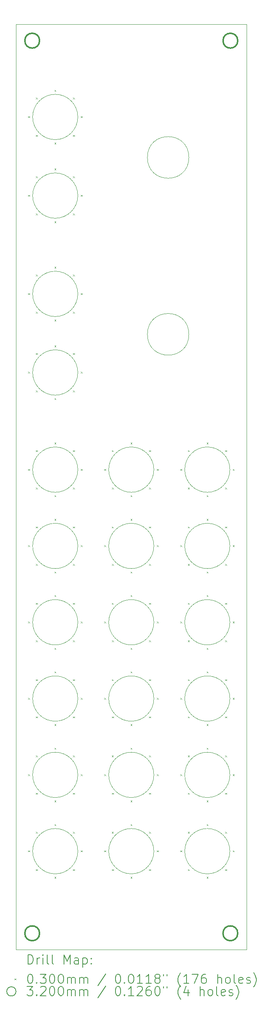
<source format=gbr>
%TF.GenerationSoftware,KiCad,Pcbnew,8.0.5*%
%TF.CreationDate,2024-12-03T23:28:53+01:00*%
%TF.ProjectId,DMH_Multiverter_PANEL,444d485f-4d75-46c7-9469-766572746572,rev?*%
%TF.SameCoordinates,Original*%
%TF.FileFunction,Drillmap*%
%TF.FilePolarity,Positive*%
%FSLAX45Y45*%
G04 Gerber Fmt 4.5, Leading zero omitted, Abs format (unit mm)*
G04 Created by KiCad (PCBNEW 8.0.5) date 2024-12-03 23:28:53*
%MOMM*%
%LPD*%
G01*
G04 APERTURE LIST*
%ADD10C,0.050000*%
%ADD11C,0.200000*%
%ADD12C,0.100000*%
%ADD13C,0.320000*%
G04 APERTURE END LIST*
D10*
X5000000Y-3000000D02*
X10000000Y-3000000D01*
X10000000Y-23000000D01*
X5000000Y-23000000D01*
X5000000Y-3000000D01*
X8750000Y-9700000D02*
G75*
G02*
X7850000Y-9700000I-450000J0D01*
G01*
X7850000Y-9700000D02*
G75*
G02*
X8750000Y-9700000I450000J0D01*
G01*
X8750000Y-5875000D02*
G75*
G02*
X7850000Y-5875000I-450000J0D01*
G01*
X7850000Y-5875000D02*
G75*
G02*
X8750000Y-5875000I450000J0D01*
G01*
X7990000Y-15925000D02*
G75*
G02*
X7010000Y-15925000I-490000J0D01*
G01*
X7010000Y-15925000D02*
G75*
G02*
X7990000Y-15925000I490000J0D01*
G01*
X6340000Y-19225000D02*
G75*
G02*
X5360000Y-19225000I-490000J0D01*
G01*
X5360000Y-19225000D02*
G75*
G02*
X6340000Y-19225000I490000J0D01*
G01*
X7990000Y-20875000D02*
G75*
G02*
X7010000Y-20875000I-490000J0D01*
G01*
X7010000Y-20875000D02*
G75*
G02*
X7990000Y-20875000I490000J0D01*
G01*
X7990000Y-12625000D02*
G75*
G02*
X7010000Y-12625000I-490000J0D01*
G01*
X7010000Y-12625000D02*
G75*
G02*
X7990000Y-12625000I490000J0D01*
G01*
X6340000Y-5000000D02*
G75*
G02*
X5360000Y-5000000I-490000J0D01*
G01*
X5360000Y-5000000D02*
G75*
G02*
X6340000Y-5000000I490000J0D01*
G01*
X9640000Y-17575000D02*
G75*
G02*
X8660000Y-17575000I-490000J0D01*
G01*
X8660000Y-17575000D02*
G75*
G02*
X9640000Y-17575000I490000J0D01*
G01*
X7990000Y-14275000D02*
G75*
G02*
X7010000Y-14275000I-490000J0D01*
G01*
X7010000Y-14275000D02*
G75*
G02*
X7990000Y-14275000I490000J0D01*
G01*
X7990000Y-19225000D02*
G75*
G02*
X7010000Y-19225000I-490000J0D01*
G01*
X7010000Y-19225000D02*
G75*
G02*
X7990000Y-19225000I490000J0D01*
G01*
X6340000Y-8825000D02*
G75*
G02*
X5360000Y-8825000I-490000J0D01*
G01*
X5360000Y-8825000D02*
G75*
G02*
X6340000Y-8825000I490000J0D01*
G01*
X6340000Y-20875000D02*
G75*
G02*
X5360000Y-20875000I-490000J0D01*
G01*
X5360000Y-20875000D02*
G75*
G02*
X6340000Y-20875000I490000J0D01*
G01*
X9640000Y-20875000D02*
G75*
G02*
X8660000Y-20875000I-490000J0D01*
G01*
X8660000Y-20875000D02*
G75*
G02*
X9640000Y-20875000I490000J0D01*
G01*
X7990000Y-17575000D02*
G75*
G02*
X7010000Y-17575000I-490000J0D01*
G01*
X7010000Y-17575000D02*
G75*
G02*
X7990000Y-17575000I490000J0D01*
G01*
X9640000Y-19225000D02*
G75*
G02*
X8660000Y-19225000I-490000J0D01*
G01*
X8660000Y-19225000D02*
G75*
G02*
X9640000Y-19225000I490000J0D01*
G01*
X6340000Y-12625000D02*
G75*
G02*
X5360000Y-12625000I-490000J0D01*
G01*
X5360000Y-12625000D02*
G75*
G02*
X6340000Y-12625000I490000J0D01*
G01*
X6340000Y-15925000D02*
G75*
G02*
X5360000Y-15925000I-490000J0D01*
G01*
X5360000Y-15925000D02*
G75*
G02*
X6340000Y-15925000I490000J0D01*
G01*
X9640000Y-14275000D02*
G75*
G02*
X8660000Y-14275000I-490000J0D01*
G01*
X8660000Y-14275000D02*
G75*
G02*
X9640000Y-14275000I490000J0D01*
G01*
X6340000Y-10525000D02*
G75*
G02*
X5360000Y-10525000I-490000J0D01*
G01*
X5360000Y-10525000D02*
G75*
G02*
X6340000Y-10525000I490000J0D01*
G01*
X6340000Y-14275000D02*
G75*
G02*
X5360000Y-14275000I-490000J0D01*
G01*
X5360000Y-14275000D02*
G75*
G02*
X6340000Y-14275000I490000J0D01*
G01*
X6340000Y-17575000D02*
G75*
G02*
X5360000Y-17575000I-490000J0D01*
G01*
X5360000Y-17575000D02*
G75*
G02*
X6340000Y-17575000I490000J0D01*
G01*
X6340000Y-6700000D02*
G75*
G02*
X5360000Y-6700000I-490000J0D01*
G01*
X5360000Y-6700000D02*
G75*
G02*
X6340000Y-6700000I490000J0D01*
G01*
X9640000Y-12625000D02*
G75*
G02*
X8660000Y-12625000I-490000J0D01*
G01*
X8660000Y-12625000D02*
G75*
G02*
X9640000Y-12625000I490000J0D01*
G01*
X9640000Y-15925000D02*
G75*
G02*
X8660000Y-15925000I-490000J0D01*
G01*
X8660000Y-15925000D02*
G75*
G02*
X9640000Y-15925000I490000J0D01*
G01*
D11*
D12*
X5265000Y-4985000D02*
X5295000Y-5015000D01*
X5295000Y-4985000D02*
X5265000Y-5015000D01*
X5265000Y-6685000D02*
X5295000Y-6715000D01*
X5295000Y-6685000D02*
X5265000Y-6715000D01*
X5265000Y-8810000D02*
X5295000Y-8840000D01*
X5295000Y-8810000D02*
X5265000Y-8840000D01*
X5265000Y-10510000D02*
X5295000Y-10540000D01*
X5295000Y-10510000D02*
X5265000Y-10540000D01*
X5265000Y-12610000D02*
X5295000Y-12640000D01*
X5295000Y-12610000D02*
X5265000Y-12640000D01*
X5265000Y-14260000D02*
X5295000Y-14290000D01*
X5295000Y-14260000D02*
X5265000Y-14290000D01*
X5265000Y-15910000D02*
X5295000Y-15940000D01*
X5295000Y-15910000D02*
X5265000Y-15940000D01*
X5265000Y-17560000D02*
X5295000Y-17590000D01*
X5295000Y-17560000D02*
X5265000Y-17590000D01*
X5265000Y-19210000D02*
X5295000Y-19240000D01*
X5295000Y-19210000D02*
X5265000Y-19240000D01*
X5265000Y-20860000D02*
X5295000Y-20890000D01*
X5295000Y-20860000D02*
X5265000Y-20890000D01*
X5431000Y-4582000D02*
X5461000Y-4612000D01*
X5461000Y-4582000D02*
X5431000Y-4612000D01*
X5431000Y-6282000D02*
X5461000Y-6312000D01*
X5461000Y-6282000D02*
X5431000Y-6312000D01*
X5431000Y-8407000D02*
X5461000Y-8437000D01*
X5461000Y-8407000D02*
X5431000Y-8437000D01*
X5431000Y-10107000D02*
X5461000Y-10137000D01*
X5461000Y-10107000D02*
X5431000Y-10137000D01*
X5431000Y-12207000D02*
X5461000Y-12237000D01*
X5461000Y-12207000D02*
X5431000Y-12237000D01*
X5431000Y-13857000D02*
X5461000Y-13887000D01*
X5461000Y-13857000D02*
X5431000Y-13887000D01*
X5431000Y-15507000D02*
X5461000Y-15537000D01*
X5461000Y-15507000D02*
X5431000Y-15537000D01*
X5431000Y-17157000D02*
X5461000Y-17187000D01*
X5461000Y-17157000D02*
X5431000Y-17187000D01*
X5431000Y-18807000D02*
X5461000Y-18837000D01*
X5461000Y-18807000D02*
X5431000Y-18837000D01*
X5431000Y-20457000D02*
X5461000Y-20487000D01*
X5461000Y-20457000D02*
X5431000Y-20487000D01*
X5432000Y-5389000D02*
X5462000Y-5419000D01*
X5462000Y-5389000D02*
X5432000Y-5419000D01*
X5432000Y-7089000D02*
X5462000Y-7119000D01*
X5462000Y-7089000D02*
X5432000Y-7119000D01*
X5432000Y-9214000D02*
X5462000Y-9244000D01*
X5462000Y-9214000D02*
X5432000Y-9244000D01*
X5432000Y-10914000D02*
X5462000Y-10944000D01*
X5462000Y-10914000D02*
X5432000Y-10944000D01*
X5432000Y-13014000D02*
X5462000Y-13044000D01*
X5462000Y-13014000D02*
X5432000Y-13044000D01*
X5432000Y-14664000D02*
X5462000Y-14694000D01*
X5462000Y-14664000D02*
X5432000Y-14694000D01*
X5432000Y-16314000D02*
X5462000Y-16344000D01*
X5462000Y-16314000D02*
X5432000Y-16344000D01*
X5432000Y-17964000D02*
X5462000Y-17994000D01*
X5462000Y-17964000D02*
X5432000Y-17994000D01*
X5432000Y-19614000D02*
X5462000Y-19644000D01*
X5462000Y-19614000D02*
X5432000Y-19644000D01*
X5432000Y-21264000D02*
X5462000Y-21294000D01*
X5462000Y-21264000D02*
X5432000Y-21294000D01*
X5835000Y-4415000D02*
X5865000Y-4445000D01*
X5865000Y-4415000D02*
X5835000Y-4445000D01*
X5835000Y-5555000D02*
X5865000Y-5585000D01*
X5865000Y-5555000D02*
X5835000Y-5585000D01*
X5835000Y-6115000D02*
X5865000Y-6145000D01*
X5865000Y-6115000D02*
X5835000Y-6145000D01*
X5835000Y-7255000D02*
X5865000Y-7285000D01*
X5865000Y-7255000D02*
X5835000Y-7285000D01*
X5835000Y-8240000D02*
X5865000Y-8270000D01*
X5865000Y-8240000D02*
X5835000Y-8270000D01*
X5835000Y-9380000D02*
X5865000Y-9410000D01*
X5865000Y-9380000D02*
X5835000Y-9410000D01*
X5835000Y-9940000D02*
X5865000Y-9970000D01*
X5865000Y-9940000D02*
X5835000Y-9970000D01*
X5835000Y-11080000D02*
X5865000Y-11110000D01*
X5865000Y-11080000D02*
X5835000Y-11110000D01*
X5835000Y-12040000D02*
X5865000Y-12070000D01*
X5865000Y-12040000D02*
X5835000Y-12070000D01*
X5835000Y-13180000D02*
X5865000Y-13210000D01*
X5865000Y-13180000D02*
X5835000Y-13210000D01*
X5835000Y-13690000D02*
X5865000Y-13720000D01*
X5865000Y-13690000D02*
X5835000Y-13720000D01*
X5835000Y-14830000D02*
X5865000Y-14860000D01*
X5865000Y-14830000D02*
X5835000Y-14860000D01*
X5835000Y-15340000D02*
X5865000Y-15370000D01*
X5865000Y-15340000D02*
X5835000Y-15370000D01*
X5835000Y-16480000D02*
X5865000Y-16510000D01*
X5865000Y-16480000D02*
X5835000Y-16510000D01*
X5835000Y-16990000D02*
X5865000Y-17020000D01*
X5865000Y-16990000D02*
X5835000Y-17020000D01*
X5835000Y-18130000D02*
X5865000Y-18160000D01*
X5865000Y-18130000D02*
X5835000Y-18160000D01*
X5835000Y-18640000D02*
X5865000Y-18670000D01*
X5865000Y-18640000D02*
X5835000Y-18670000D01*
X5835000Y-19780000D02*
X5865000Y-19810000D01*
X5865000Y-19780000D02*
X5835000Y-19810000D01*
X5835000Y-20290000D02*
X5865000Y-20320000D01*
X5865000Y-20290000D02*
X5835000Y-20320000D01*
X5835000Y-21430000D02*
X5865000Y-21460000D01*
X5865000Y-21430000D02*
X5835000Y-21460000D01*
X6238000Y-5389000D02*
X6268000Y-5419000D01*
X6268000Y-5389000D02*
X6238000Y-5419000D01*
X6238000Y-7089000D02*
X6268000Y-7119000D01*
X6268000Y-7089000D02*
X6238000Y-7119000D01*
X6238000Y-9214000D02*
X6268000Y-9244000D01*
X6268000Y-9214000D02*
X6238000Y-9244000D01*
X6238000Y-10914000D02*
X6268000Y-10944000D01*
X6268000Y-10914000D02*
X6238000Y-10944000D01*
X6238000Y-13014000D02*
X6268000Y-13044000D01*
X6268000Y-13014000D02*
X6238000Y-13044000D01*
X6238000Y-14664000D02*
X6268000Y-14694000D01*
X6268000Y-14664000D02*
X6238000Y-14694000D01*
X6238000Y-16314000D02*
X6268000Y-16344000D01*
X6268000Y-16314000D02*
X6238000Y-16344000D01*
X6238000Y-17964000D02*
X6268000Y-17994000D01*
X6268000Y-17964000D02*
X6238000Y-17994000D01*
X6238000Y-19614000D02*
X6268000Y-19644000D01*
X6268000Y-19614000D02*
X6238000Y-19644000D01*
X6238000Y-21264000D02*
X6268000Y-21294000D01*
X6268000Y-21264000D02*
X6238000Y-21294000D01*
X6239000Y-4582000D02*
X6269000Y-4612000D01*
X6269000Y-4582000D02*
X6239000Y-4612000D01*
X6239000Y-6282000D02*
X6269000Y-6312000D01*
X6269000Y-6282000D02*
X6239000Y-6312000D01*
X6239000Y-8407000D02*
X6269000Y-8437000D01*
X6269000Y-8407000D02*
X6239000Y-8437000D01*
X6239000Y-10107000D02*
X6269000Y-10137000D01*
X6269000Y-10107000D02*
X6239000Y-10137000D01*
X6239000Y-12207000D02*
X6269000Y-12237000D01*
X6269000Y-12207000D02*
X6239000Y-12237000D01*
X6239000Y-13857000D02*
X6269000Y-13887000D01*
X6269000Y-13857000D02*
X6239000Y-13887000D01*
X6239000Y-15507000D02*
X6269000Y-15537000D01*
X6269000Y-15507000D02*
X6239000Y-15537000D01*
X6239000Y-17157000D02*
X6269000Y-17187000D01*
X6269000Y-17157000D02*
X6239000Y-17187000D01*
X6239000Y-18807000D02*
X6269000Y-18837000D01*
X6269000Y-18807000D02*
X6239000Y-18837000D01*
X6239000Y-20457000D02*
X6269000Y-20487000D01*
X6269000Y-20457000D02*
X6239000Y-20487000D01*
X6405000Y-4985000D02*
X6435000Y-5015000D01*
X6435000Y-4985000D02*
X6405000Y-5015000D01*
X6405000Y-6685000D02*
X6435000Y-6715000D01*
X6435000Y-6685000D02*
X6405000Y-6715000D01*
X6405000Y-8810000D02*
X6435000Y-8840000D01*
X6435000Y-8810000D02*
X6405000Y-8840000D01*
X6405000Y-10510000D02*
X6435000Y-10540000D01*
X6435000Y-10510000D02*
X6405000Y-10540000D01*
X6405000Y-12610000D02*
X6435000Y-12640000D01*
X6435000Y-12610000D02*
X6405000Y-12640000D01*
X6405000Y-14260000D02*
X6435000Y-14290000D01*
X6435000Y-14260000D02*
X6405000Y-14290000D01*
X6405000Y-15910000D02*
X6435000Y-15940000D01*
X6435000Y-15910000D02*
X6405000Y-15940000D01*
X6405000Y-17560000D02*
X6435000Y-17590000D01*
X6435000Y-17560000D02*
X6405000Y-17590000D01*
X6405000Y-19210000D02*
X6435000Y-19240000D01*
X6435000Y-19210000D02*
X6405000Y-19240000D01*
X6405000Y-20860000D02*
X6435000Y-20890000D01*
X6435000Y-20860000D02*
X6405000Y-20890000D01*
X6915000Y-12610000D02*
X6945000Y-12640000D01*
X6945000Y-12610000D02*
X6915000Y-12640000D01*
X6915000Y-14260000D02*
X6945000Y-14290000D01*
X6945000Y-14260000D02*
X6915000Y-14290000D01*
X6915000Y-15910000D02*
X6945000Y-15940000D01*
X6945000Y-15910000D02*
X6915000Y-15940000D01*
X6915000Y-17560000D02*
X6945000Y-17590000D01*
X6945000Y-17560000D02*
X6915000Y-17590000D01*
X6915000Y-19210000D02*
X6945000Y-19240000D01*
X6945000Y-19210000D02*
X6915000Y-19240000D01*
X6915000Y-20860000D02*
X6945000Y-20890000D01*
X6945000Y-20860000D02*
X6915000Y-20890000D01*
X7081000Y-12207000D02*
X7111000Y-12237000D01*
X7111000Y-12207000D02*
X7081000Y-12237000D01*
X7081000Y-13857000D02*
X7111000Y-13887000D01*
X7111000Y-13857000D02*
X7081000Y-13887000D01*
X7081000Y-15507000D02*
X7111000Y-15537000D01*
X7111000Y-15507000D02*
X7081000Y-15537000D01*
X7081000Y-17157000D02*
X7111000Y-17187000D01*
X7111000Y-17157000D02*
X7081000Y-17187000D01*
X7081000Y-18807000D02*
X7111000Y-18837000D01*
X7111000Y-18807000D02*
X7081000Y-18837000D01*
X7081000Y-20457000D02*
X7111000Y-20487000D01*
X7111000Y-20457000D02*
X7081000Y-20487000D01*
X7082000Y-13014000D02*
X7112000Y-13044000D01*
X7112000Y-13014000D02*
X7082000Y-13044000D01*
X7082000Y-14664000D02*
X7112000Y-14694000D01*
X7112000Y-14664000D02*
X7082000Y-14694000D01*
X7082000Y-16314000D02*
X7112000Y-16344000D01*
X7112000Y-16314000D02*
X7082000Y-16344000D01*
X7082000Y-17964000D02*
X7112000Y-17994000D01*
X7112000Y-17964000D02*
X7082000Y-17994000D01*
X7082000Y-19614000D02*
X7112000Y-19644000D01*
X7112000Y-19614000D02*
X7082000Y-19644000D01*
X7082000Y-21264000D02*
X7112000Y-21294000D01*
X7112000Y-21264000D02*
X7082000Y-21294000D01*
X7485000Y-12040000D02*
X7515000Y-12070000D01*
X7515000Y-12040000D02*
X7485000Y-12070000D01*
X7485000Y-13180000D02*
X7515000Y-13210000D01*
X7515000Y-13180000D02*
X7485000Y-13210000D01*
X7485000Y-13690000D02*
X7515000Y-13720000D01*
X7515000Y-13690000D02*
X7485000Y-13720000D01*
X7485000Y-14830000D02*
X7515000Y-14860000D01*
X7515000Y-14830000D02*
X7485000Y-14860000D01*
X7485000Y-15340000D02*
X7515000Y-15370000D01*
X7515000Y-15340000D02*
X7485000Y-15370000D01*
X7485000Y-16480000D02*
X7515000Y-16510000D01*
X7515000Y-16480000D02*
X7485000Y-16510000D01*
X7485000Y-16990000D02*
X7515000Y-17020000D01*
X7515000Y-16990000D02*
X7485000Y-17020000D01*
X7485000Y-18130000D02*
X7515000Y-18160000D01*
X7515000Y-18130000D02*
X7485000Y-18160000D01*
X7485000Y-18640000D02*
X7515000Y-18670000D01*
X7515000Y-18640000D02*
X7485000Y-18670000D01*
X7485000Y-19780000D02*
X7515000Y-19810000D01*
X7515000Y-19780000D02*
X7485000Y-19810000D01*
X7485000Y-20290000D02*
X7515000Y-20320000D01*
X7515000Y-20290000D02*
X7485000Y-20320000D01*
X7485000Y-21430000D02*
X7515000Y-21460000D01*
X7515000Y-21430000D02*
X7485000Y-21460000D01*
X7888000Y-13014000D02*
X7918000Y-13044000D01*
X7918000Y-13014000D02*
X7888000Y-13044000D01*
X7888000Y-14664000D02*
X7918000Y-14694000D01*
X7918000Y-14664000D02*
X7888000Y-14694000D01*
X7888000Y-16314000D02*
X7918000Y-16344000D01*
X7918000Y-16314000D02*
X7888000Y-16344000D01*
X7888000Y-17964000D02*
X7918000Y-17994000D01*
X7918000Y-17964000D02*
X7888000Y-17994000D01*
X7888000Y-19614000D02*
X7918000Y-19644000D01*
X7918000Y-19614000D02*
X7888000Y-19644000D01*
X7888000Y-21264000D02*
X7918000Y-21294000D01*
X7918000Y-21264000D02*
X7888000Y-21294000D01*
X7889000Y-12207000D02*
X7919000Y-12237000D01*
X7919000Y-12207000D02*
X7889000Y-12237000D01*
X7889000Y-13857000D02*
X7919000Y-13887000D01*
X7919000Y-13857000D02*
X7889000Y-13887000D01*
X7889000Y-15507000D02*
X7919000Y-15537000D01*
X7919000Y-15507000D02*
X7889000Y-15537000D01*
X7889000Y-17157000D02*
X7919000Y-17187000D01*
X7919000Y-17157000D02*
X7889000Y-17187000D01*
X7889000Y-18807000D02*
X7919000Y-18837000D01*
X7919000Y-18807000D02*
X7889000Y-18837000D01*
X7889000Y-20457000D02*
X7919000Y-20487000D01*
X7919000Y-20457000D02*
X7889000Y-20487000D01*
X8055000Y-12610000D02*
X8085000Y-12640000D01*
X8085000Y-12610000D02*
X8055000Y-12640000D01*
X8055000Y-14260000D02*
X8085000Y-14290000D01*
X8085000Y-14260000D02*
X8055000Y-14290000D01*
X8055000Y-15910000D02*
X8085000Y-15940000D01*
X8085000Y-15910000D02*
X8055000Y-15940000D01*
X8055000Y-17560000D02*
X8085000Y-17590000D01*
X8085000Y-17560000D02*
X8055000Y-17590000D01*
X8055000Y-19210000D02*
X8085000Y-19240000D01*
X8085000Y-19210000D02*
X8055000Y-19240000D01*
X8055000Y-20860000D02*
X8085000Y-20890000D01*
X8085000Y-20860000D02*
X8055000Y-20890000D01*
X8565000Y-12610000D02*
X8595000Y-12640000D01*
X8595000Y-12610000D02*
X8565000Y-12640000D01*
X8565000Y-14260000D02*
X8595000Y-14290000D01*
X8595000Y-14260000D02*
X8565000Y-14290000D01*
X8565000Y-15910000D02*
X8595000Y-15940000D01*
X8595000Y-15910000D02*
X8565000Y-15940000D01*
X8565000Y-17560000D02*
X8595000Y-17590000D01*
X8595000Y-17560000D02*
X8565000Y-17590000D01*
X8565000Y-19210000D02*
X8595000Y-19240000D01*
X8595000Y-19210000D02*
X8565000Y-19240000D01*
X8565000Y-20860000D02*
X8595000Y-20890000D01*
X8595000Y-20860000D02*
X8565000Y-20890000D01*
X8731000Y-12207000D02*
X8761000Y-12237000D01*
X8761000Y-12207000D02*
X8731000Y-12237000D01*
X8731000Y-13857000D02*
X8761000Y-13887000D01*
X8761000Y-13857000D02*
X8731000Y-13887000D01*
X8731000Y-15507000D02*
X8761000Y-15537000D01*
X8761000Y-15507000D02*
X8731000Y-15537000D01*
X8731000Y-17157000D02*
X8761000Y-17187000D01*
X8761000Y-17157000D02*
X8731000Y-17187000D01*
X8731000Y-18807000D02*
X8761000Y-18837000D01*
X8761000Y-18807000D02*
X8731000Y-18837000D01*
X8731000Y-20457000D02*
X8761000Y-20487000D01*
X8761000Y-20457000D02*
X8731000Y-20487000D01*
X8732000Y-13014000D02*
X8762000Y-13044000D01*
X8762000Y-13014000D02*
X8732000Y-13044000D01*
X8732000Y-14664000D02*
X8762000Y-14694000D01*
X8762000Y-14664000D02*
X8732000Y-14694000D01*
X8732000Y-16314000D02*
X8762000Y-16344000D01*
X8762000Y-16314000D02*
X8732000Y-16344000D01*
X8732000Y-17964000D02*
X8762000Y-17994000D01*
X8762000Y-17964000D02*
X8732000Y-17994000D01*
X8732000Y-19614000D02*
X8762000Y-19644000D01*
X8762000Y-19614000D02*
X8732000Y-19644000D01*
X8732000Y-21264000D02*
X8762000Y-21294000D01*
X8762000Y-21264000D02*
X8732000Y-21294000D01*
X9135000Y-12040000D02*
X9165000Y-12070000D01*
X9165000Y-12040000D02*
X9135000Y-12070000D01*
X9135000Y-13180000D02*
X9165000Y-13210000D01*
X9165000Y-13180000D02*
X9135000Y-13210000D01*
X9135000Y-13690000D02*
X9165000Y-13720000D01*
X9165000Y-13690000D02*
X9135000Y-13720000D01*
X9135000Y-14830000D02*
X9165000Y-14860000D01*
X9165000Y-14830000D02*
X9135000Y-14860000D01*
X9135000Y-15340000D02*
X9165000Y-15370000D01*
X9165000Y-15340000D02*
X9135000Y-15370000D01*
X9135000Y-16480000D02*
X9165000Y-16510000D01*
X9165000Y-16480000D02*
X9135000Y-16510000D01*
X9135000Y-16990000D02*
X9165000Y-17020000D01*
X9165000Y-16990000D02*
X9135000Y-17020000D01*
X9135000Y-18130000D02*
X9165000Y-18160000D01*
X9165000Y-18130000D02*
X9135000Y-18160000D01*
X9135000Y-18640000D02*
X9165000Y-18670000D01*
X9165000Y-18640000D02*
X9135000Y-18670000D01*
X9135000Y-19780000D02*
X9165000Y-19810000D01*
X9165000Y-19780000D02*
X9135000Y-19810000D01*
X9135000Y-20290000D02*
X9165000Y-20320000D01*
X9165000Y-20290000D02*
X9135000Y-20320000D01*
X9135000Y-21430000D02*
X9165000Y-21460000D01*
X9165000Y-21430000D02*
X9135000Y-21460000D01*
X9538000Y-13014000D02*
X9568000Y-13044000D01*
X9568000Y-13014000D02*
X9538000Y-13044000D01*
X9538000Y-14664000D02*
X9568000Y-14694000D01*
X9568000Y-14664000D02*
X9538000Y-14694000D01*
X9538000Y-16314000D02*
X9568000Y-16344000D01*
X9568000Y-16314000D02*
X9538000Y-16344000D01*
X9538000Y-17964000D02*
X9568000Y-17994000D01*
X9568000Y-17964000D02*
X9538000Y-17994000D01*
X9538000Y-19614000D02*
X9568000Y-19644000D01*
X9568000Y-19614000D02*
X9538000Y-19644000D01*
X9538000Y-21264000D02*
X9568000Y-21294000D01*
X9568000Y-21264000D02*
X9538000Y-21294000D01*
X9539000Y-12207000D02*
X9569000Y-12237000D01*
X9569000Y-12207000D02*
X9539000Y-12237000D01*
X9539000Y-13857000D02*
X9569000Y-13887000D01*
X9569000Y-13857000D02*
X9539000Y-13887000D01*
X9539000Y-15507000D02*
X9569000Y-15537000D01*
X9569000Y-15507000D02*
X9539000Y-15537000D01*
X9539000Y-17157000D02*
X9569000Y-17187000D01*
X9569000Y-17157000D02*
X9539000Y-17187000D01*
X9539000Y-18807000D02*
X9569000Y-18837000D01*
X9569000Y-18807000D02*
X9539000Y-18837000D01*
X9539000Y-20457000D02*
X9569000Y-20487000D01*
X9569000Y-20457000D02*
X9539000Y-20487000D01*
X9705000Y-12610000D02*
X9735000Y-12640000D01*
X9735000Y-12610000D02*
X9705000Y-12640000D01*
X9705000Y-14260000D02*
X9735000Y-14290000D01*
X9735000Y-14260000D02*
X9705000Y-14290000D01*
X9705000Y-15910000D02*
X9735000Y-15940000D01*
X9735000Y-15910000D02*
X9705000Y-15940000D01*
X9705000Y-17560000D02*
X9735000Y-17590000D01*
X9735000Y-17560000D02*
X9705000Y-17590000D01*
X9705000Y-19210000D02*
X9735000Y-19240000D01*
X9735000Y-19210000D02*
X9705000Y-19240000D01*
X9705000Y-20860000D02*
X9735000Y-20890000D01*
X9735000Y-20860000D02*
X9705000Y-20890000D01*
D13*
X5510000Y-3350000D02*
G75*
G02*
X5190000Y-3350000I-160000J0D01*
G01*
X5190000Y-3350000D02*
G75*
G02*
X5510000Y-3350000I160000J0D01*
G01*
X5510000Y-22650000D02*
G75*
G02*
X5190000Y-22650000I-160000J0D01*
G01*
X5190000Y-22650000D02*
G75*
G02*
X5510000Y-22650000I160000J0D01*
G01*
X9810000Y-3350000D02*
G75*
G02*
X9490000Y-3350000I-160000J0D01*
G01*
X9490000Y-3350000D02*
G75*
G02*
X9810000Y-3350000I160000J0D01*
G01*
X9810000Y-22650000D02*
G75*
G02*
X9490000Y-22650000I-160000J0D01*
G01*
X9490000Y-22650000D02*
G75*
G02*
X9810000Y-22650000I160000J0D01*
G01*
D11*
X5258277Y-23313984D02*
X5258277Y-23113984D01*
X5258277Y-23113984D02*
X5305896Y-23113984D01*
X5305896Y-23113984D02*
X5334467Y-23123508D01*
X5334467Y-23123508D02*
X5353515Y-23142555D01*
X5353515Y-23142555D02*
X5363039Y-23161603D01*
X5363039Y-23161603D02*
X5372563Y-23199698D01*
X5372563Y-23199698D02*
X5372563Y-23228269D01*
X5372563Y-23228269D02*
X5363039Y-23266365D01*
X5363039Y-23266365D02*
X5353515Y-23285412D01*
X5353515Y-23285412D02*
X5334467Y-23304460D01*
X5334467Y-23304460D02*
X5305896Y-23313984D01*
X5305896Y-23313984D02*
X5258277Y-23313984D01*
X5458277Y-23313984D02*
X5458277Y-23180650D01*
X5458277Y-23218746D02*
X5467801Y-23199698D01*
X5467801Y-23199698D02*
X5477324Y-23190174D01*
X5477324Y-23190174D02*
X5496372Y-23180650D01*
X5496372Y-23180650D02*
X5515420Y-23180650D01*
X5582086Y-23313984D02*
X5582086Y-23180650D01*
X5582086Y-23113984D02*
X5572563Y-23123508D01*
X5572563Y-23123508D02*
X5582086Y-23133031D01*
X5582086Y-23133031D02*
X5591610Y-23123508D01*
X5591610Y-23123508D02*
X5582086Y-23113984D01*
X5582086Y-23113984D02*
X5582086Y-23133031D01*
X5705896Y-23313984D02*
X5686848Y-23304460D01*
X5686848Y-23304460D02*
X5677324Y-23285412D01*
X5677324Y-23285412D02*
X5677324Y-23113984D01*
X5810658Y-23313984D02*
X5791610Y-23304460D01*
X5791610Y-23304460D02*
X5782086Y-23285412D01*
X5782086Y-23285412D02*
X5782086Y-23113984D01*
X6039229Y-23313984D02*
X6039229Y-23113984D01*
X6039229Y-23113984D02*
X6105896Y-23256841D01*
X6105896Y-23256841D02*
X6172562Y-23113984D01*
X6172562Y-23113984D02*
X6172562Y-23313984D01*
X6353515Y-23313984D02*
X6353515Y-23209222D01*
X6353515Y-23209222D02*
X6343991Y-23190174D01*
X6343991Y-23190174D02*
X6324943Y-23180650D01*
X6324943Y-23180650D02*
X6286848Y-23180650D01*
X6286848Y-23180650D02*
X6267801Y-23190174D01*
X6353515Y-23304460D02*
X6334467Y-23313984D01*
X6334467Y-23313984D02*
X6286848Y-23313984D01*
X6286848Y-23313984D02*
X6267801Y-23304460D01*
X6267801Y-23304460D02*
X6258277Y-23285412D01*
X6258277Y-23285412D02*
X6258277Y-23266365D01*
X6258277Y-23266365D02*
X6267801Y-23247317D01*
X6267801Y-23247317D02*
X6286848Y-23237793D01*
X6286848Y-23237793D02*
X6334467Y-23237793D01*
X6334467Y-23237793D02*
X6353515Y-23228269D01*
X6448753Y-23180650D02*
X6448753Y-23380650D01*
X6448753Y-23190174D02*
X6467801Y-23180650D01*
X6467801Y-23180650D02*
X6505896Y-23180650D01*
X6505896Y-23180650D02*
X6524943Y-23190174D01*
X6524943Y-23190174D02*
X6534467Y-23199698D01*
X6534467Y-23199698D02*
X6543991Y-23218746D01*
X6543991Y-23218746D02*
X6543991Y-23275888D01*
X6543991Y-23275888D02*
X6534467Y-23294936D01*
X6534467Y-23294936D02*
X6524943Y-23304460D01*
X6524943Y-23304460D02*
X6505896Y-23313984D01*
X6505896Y-23313984D02*
X6467801Y-23313984D01*
X6467801Y-23313984D02*
X6448753Y-23304460D01*
X6629705Y-23294936D02*
X6639229Y-23304460D01*
X6639229Y-23304460D02*
X6629705Y-23313984D01*
X6629705Y-23313984D02*
X6620182Y-23304460D01*
X6620182Y-23304460D02*
X6629705Y-23294936D01*
X6629705Y-23294936D02*
X6629705Y-23313984D01*
X6629705Y-23190174D02*
X6639229Y-23199698D01*
X6639229Y-23199698D02*
X6629705Y-23209222D01*
X6629705Y-23209222D02*
X6620182Y-23199698D01*
X6620182Y-23199698D02*
X6629705Y-23190174D01*
X6629705Y-23190174D02*
X6629705Y-23209222D01*
D12*
X4967500Y-23627500D02*
X4997500Y-23657500D01*
X4997500Y-23627500D02*
X4967500Y-23657500D01*
D11*
X5296372Y-23533984D02*
X5315420Y-23533984D01*
X5315420Y-23533984D02*
X5334467Y-23543508D01*
X5334467Y-23543508D02*
X5343991Y-23553031D01*
X5343991Y-23553031D02*
X5353515Y-23572079D01*
X5353515Y-23572079D02*
X5363039Y-23610174D01*
X5363039Y-23610174D02*
X5363039Y-23657793D01*
X5363039Y-23657793D02*
X5353515Y-23695888D01*
X5353515Y-23695888D02*
X5343991Y-23714936D01*
X5343991Y-23714936D02*
X5334467Y-23724460D01*
X5334467Y-23724460D02*
X5315420Y-23733984D01*
X5315420Y-23733984D02*
X5296372Y-23733984D01*
X5296372Y-23733984D02*
X5277324Y-23724460D01*
X5277324Y-23724460D02*
X5267801Y-23714936D01*
X5267801Y-23714936D02*
X5258277Y-23695888D01*
X5258277Y-23695888D02*
X5248753Y-23657793D01*
X5248753Y-23657793D02*
X5248753Y-23610174D01*
X5248753Y-23610174D02*
X5258277Y-23572079D01*
X5258277Y-23572079D02*
X5267801Y-23553031D01*
X5267801Y-23553031D02*
X5277324Y-23543508D01*
X5277324Y-23543508D02*
X5296372Y-23533984D01*
X5448753Y-23714936D02*
X5458277Y-23724460D01*
X5458277Y-23724460D02*
X5448753Y-23733984D01*
X5448753Y-23733984D02*
X5439229Y-23724460D01*
X5439229Y-23724460D02*
X5448753Y-23714936D01*
X5448753Y-23714936D02*
X5448753Y-23733984D01*
X5524944Y-23533984D02*
X5648753Y-23533984D01*
X5648753Y-23533984D02*
X5582086Y-23610174D01*
X5582086Y-23610174D02*
X5610658Y-23610174D01*
X5610658Y-23610174D02*
X5629705Y-23619698D01*
X5629705Y-23619698D02*
X5639229Y-23629222D01*
X5639229Y-23629222D02*
X5648753Y-23648269D01*
X5648753Y-23648269D02*
X5648753Y-23695888D01*
X5648753Y-23695888D02*
X5639229Y-23714936D01*
X5639229Y-23714936D02*
X5629705Y-23724460D01*
X5629705Y-23724460D02*
X5610658Y-23733984D01*
X5610658Y-23733984D02*
X5553515Y-23733984D01*
X5553515Y-23733984D02*
X5534467Y-23724460D01*
X5534467Y-23724460D02*
X5524944Y-23714936D01*
X5772562Y-23533984D02*
X5791610Y-23533984D01*
X5791610Y-23533984D02*
X5810658Y-23543508D01*
X5810658Y-23543508D02*
X5820182Y-23553031D01*
X5820182Y-23553031D02*
X5829705Y-23572079D01*
X5829705Y-23572079D02*
X5839229Y-23610174D01*
X5839229Y-23610174D02*
X5839229Y-23657793D01*
X5839229Y-23657793D02*
X5829705Y-23695888D01*
X5829705Y-23695888D02*
X5820182Y-23714936D01*
X5820182Y-23714936D02*
X5810658Y-23724460D01*
X5810658Y-23724460D02*
X5791610Y-23733984D01*
X5791610Y-23733984D02*
X5772562Y-23733984D01*
X5772562Y-23733984D02*
X5753515Y-23724460D01*
X5753515Y-23724460D02*
X5743991Y-23714936D01*
X5743991Y-23714936D02*
X5734467Y-23695888D01*
X5734467Y-23695888D02*
X5724943Y-23657793D01*
X5724943Y-23657793D02*
X5724943Y-23610174D01*
X5724943Y-23610174D02*
X5734467Y-23572079D01*
X5734467Y-23572079D02*
X5743991Y-23553031D01*
X5743991Y-23553031D02*
X5753515Y-23543508D01*
X5753515Y-23543508D02*
X5772562Y-23533984D01*
X5963039Y-23533984D02*
X5982086Y-23533984D01*
X5982086Y-23533984D02*
X6001134Y-23543508D01*
X6001134Y-23543508D02*
X6010658Y-23553031D01*
X6010658Y-23553031D02*
X6020182Y-23572079D01*
X6020182Y-23572079D02*
X6029705Y-23610174D01*
X6029705Y-23610174D02*
X6029705Y-23657793D01*
X6029705Y-23657793D02*
X6020182Y-23695888D01*
X6020182Y-23695888D02*
X6010658Y-23714936D01*
X6010658Y-23714936D02*
X6001134Y-23724460D01*
X6001134Y-23724460D02*
X5982086Y-23733984D01*
X5982086Y-23733984D02*
X5963039Y-23733984D01*
X5963039Y-23733984D02*
X5943991Y-23724460D01*
X5943991Y-23724460D02*
X5934467Y-23714936D01*
X5934467Y-23714936D02*
X5924943Y-23695888D01*
X5924943Y-23695888D02*
X5915420Y-23657793D01*
X5915420Y-23657793D02*
X5915420Y-23610174D01*
X5915420Y-23610174D02*
X5924943Y-23572079D01*
X5924943Y-23572079D02*
X5934467Y-23553031D01*
X5934467Y-23553031D02*
X5943991Y-23543508D01*
X5943991Y-23543508D02*
X5963039Y-23533984D01*
X6115420Y-23733984D02*
X6115420Y-23600650D01*
X6115420Y-23619698D02*
X6124943Y-23610174D01*
X6124943Y-23610174D02*
X6143991Y-23600650D01*
X6143991Y-23600650D02*
X6172563Y-23600650D01*
X6172563Y-23600650D02*
X6191610Y-23610174D01*
X6191610Y-23610174D02*
X6201134Y-23629222D01*
X6201134Y-23629222D02*
X6201134Y-23733984D01*
X6201134Y-23629222D02*
X6210658Y-23610174D01*
X6210658Y-23610174D02*
X6229705Y-23600650D01*
X6229705Y-23600650D02*
X6258277Y-23600650D01*
X6258277Y-23600650D02*
X6277324Y-23610174D01*
X6277324Y-23610174D02*
X6286848Y-23629222D01*
X6286848Y-23629222D02*
X6286848Y-23733984D01*
X6382086Y-23733984D02*
X6382086Y-23600650D01*
X6382086Y-23619698D02*
X6391610Y-23610174D01*
X6391610Y-23610174D02*
X6410658Y-23600650D01*
X6410658Y-23600650D02*
X6439229Y-23600650D01*
X6439229Y-23600650D02*
X6458277Y-23610174D01*
X6458277Y-23610174D02*
X6467801Y-23629222D01*
X6467801Y-23629222D02*
X6467801Y-23733984D01*
X6467801Y-23629222D02*
X6477324Y-23610174D01*
X6477324Y-23610174D02*
X6496372Y-23600650D01*
X6496372Y-23600650D02*
X6524943Y-23600650D01*
X6524943Y-23600650D02*
X6543991Y-23610174D01*
X6543991Y-23610174D02*
X6553515Y-23629222D01*
X6553515Y-23629222D02*
X6553515Y-23733984D01*
X6943991Y-23524460D02*
X6772563Y-23781603D01*
X7201134Y-23533984D02*
X7220182Y-23533984D01*
X7220182Y-23533984D02*
X7239229Y-23543508D01*
X7239229Y-23543508D02*
X7248753Y-23553031D01*
X7248753Y-23553031D02*
X7258277Y-23572079D01*
X7258277Y-23572079D02*
X7267801Y-23610174D01*
X7267801Y-23610174D02*
X7267801Y-23657793D01*
X7267801Y-23657793D02*
X7258277Y-23695888D01*
X7258277Y-23695888D02*
X7248753Y-23714936D01*
X7248753Y-23714936D02*
X7239229Y-23724460D01*
X7239229Y-23724460D02*
X7220182Y-23733984D01*
X7220182Y-23733984D02*
X7201134Y-23733984D01*
X7201134Y-23733984D02*
X7182086Y-23724460D01*
X7182086Y-23724460D02*
X7172563Y-23714936D01*
X7172563Y-23714936D02*
X7163039Y-23695888D01*
X7163039Y-23695888D02*
X7153515Y-23657793D01*
X7153515Y-23657793D02*
X7153515Y-23610174D01*
X7153515Y-23610174D02*
X7163039Y-23572079D01*
X7163039Y-23572079D02*
X7172563Y-23553031D01*
X7172563Y-23553031D02*
X7182086Y-23543508D01*
X7182086Y-23543508D02*
X7201134Y-23533984D01*
X7353515Y-23714936D02*
X7363039Y-23724460D01*
X7363039Y-23724460D02*
X7353515Y-23733984D01*
X7353515Y-23733984D02*
X7343991Y-23724460D01*
X7343991Y-23724460D02*
X7353515Y-23714936D01*
X7353515Y-23714936D02*
X7353515Y-23733984D01*
X7486848Y-23533984D02*
X7505896Y-23533984D01*
X7505896Y-23533984D02*
X7524944Y-23543508D01*
X7524944Y-23543508D02*
X7534467Y-23553031D01*
X7534467Y-23553031D02*
X7543991Y-23572079D01*
X7543991Y-23572079D02*
X7553515Y-23610174D01*
X7553515Y-23610174D02*
X7553515Y-23657793D01*
X7553515Y-23657793D02*
X7543991Y-23695888D01*
X7543991Y-23695888D02*
X7534467Y-23714936D01*
X7534467Y-23714936D02*
X7524944Y-23724460D01*
X7524944Y-23724460D02*
X7505896Y-23733984D01*
X7505896Y-23733984D02*
X7486848Y-23733984D01*
X7486848Y-23733984D02*
X7467801Y-23724460D01*
X7467801Y-23724460D02*
X7458277Y-23714936D01*
X7458277Y-23714936D02*
X7448753Y-23695888D01*
X7448753Y-23695888D02*
X7439229Y-23657793D01*
X7439229Y-23657793D02*
X7439229Y-23610174D01*
X7439229Y-23610174D02*
X7448753Y-23572079D01*
X7448753Y-23572079D02*
X7458277Y-23553031D01*
X7458277Y-23553031D02*
X7467801Y-23543508D01*
X7467801Y-23543508D02*
X7486848Y-23533984D01*
X7743991Y-23733984D02*
X7629706Y-23733984D01*
X7686848Y-23733984D02*
X7686848Y-23533984D01*
X7686848Y-23533984D02*
X7667801Y-23562555D01*
X7667801Y-23562555D02*
X7648753Y-23581603D01*
X7648753Y-23581603D02*
X7629706Y-23591127D01*
X7934467Y-23733984D02*
X7820182Y-23733984D01*
X7877325Y-23733984D02*
X7877325Y-23533984D01*
X7877325Y-23533984D02*
X7858277Y-23562555D01*
X7858277Y-23562555D02*
X7839229Y-23581603D01*
X7839229Y-23581603D02*
X7820182Y-23591127D01*
X8048753Y-23619698D02*
X8029706Y-23610174D01*
X8029706Y-23610174D02*
X8020182Y-23600650D01*
X8020182Y-23600650D02*
X8010658Y-23581603D01*
X8010658Y-23581603D02*
X8010658Y-23572079D01*
X8010658Y-23572079D02*
X8020182Y-23553031D01*
X8020182Y-23553031D02*
X8029706Y-23543508D01*
X8029706Y-23543508D02*
X8048753Y-23533984D01*
X8048753Y-23533984D02*
X8086848Y-23533984D01*
X8086848Y-23533984D02*
X8105896Y-23543508D01*
X8105896Y-23543508D02*
X8115420Y-23553031D01*
X8115420Y-23553031D02*
X8124944Y-23572079D01*
X8124944Y-23572079D02*
X8124944Y-23581603D01*
X8124944Y-23581603D02*
X8115420Y-23600650D01*
X8115420Y-23600650D02*
X8105896Y-23610174D01*
X8105896Y-23610174D02*
X8086848Y-23619698D01*
X8086848Y-23619698D02*
X8048753Y-23619698D01*
X8048753Y-23619698D02*
X8029706Y-23629222D01*
X8029706Y-23629222D02*
X8020182Y-23638746D01*
X8020182Y-23638746D02*
X8010658Y-23657793D01*
X8010658Y-23657793D02*
X8010658Y-23695888D01*
X8010658Y-23695888D02*
X8020182Y-23714936D01*
X8020182Y-23714936D02*
X8029706Y-23724460D01*
X8029706Y-23724460D02*
X8048753Y-23733984D01*
X8048753Y-23733984D02*
X8086848Y-23733984D01*
X8086848Y-23733984D02*
X8105896Y-23724460D01*
X8105896Y-23724460D02*
X8115420Y-23714936D01*
X8115420Y-23714936D02*
X8124944Y-23695888D01*
X8124944Y-23695888D02*
X8124944Y-23657793D01*
X8124944Y-23657793D02*
X8115420Y-23638746D01*
X8115420Y-23638746D02*
X8105896Y-23629222D01*
X8105896Y-23629222D02*
X8086848Y-23619698D01*
X8201134Y-23533984D02*
X8201134Y-23572079D01*
X8277325Y-23533984D02*
X8277325Y-23572079D01*
X8572563Y-23810174D02*
X8563039Y-23800650D01*
X8563039Y-23800650D02*
X8543991Y-23772079D01*
X8543991Y-23772079D02*
X8534468Y-23753031D01*
X8534468Y-23753031D02*
X8524944Y-23724460D01*
X8524944Y-23724460D02*
X8515420Y-23676841D01*
X8515420Y-23676841D02*
X8515420Y-23638746D01*
X8515420Y-23638746D02*
X8524944Y-23591127D01*
X8524944Y-23591127D02*
X8534468Y-23562555D01*
X8534468Y-23562555D02*
X8543991Y-23543508D01*
X8543991Y-23543508D02*
X8563039Y-23514936D01*
X8563039Y-23514936D02*
X8572563Y-23505412D01*
X8753515Y-23733984D02*
X8639230Y-23733984D01*
X8696372Y-23733984D02*
X8696372Y-23533984D01*
X8696372Y-23533984D02*
X8677325Y-23562555D01*
X8677325Y-23562555D02*
X8658277Y-23581603D01*
X8658277Y-23581603D02*
X8639230Y-23591127D01*
X8820182Y-23533984D02*
X8953515Y-23533984D01*
X8953515Y-23533984D02*
X8867801Y-23733984D01*
X9115420Y-23533984D02*
X9077325Y-23533984D01*
X9077325Y-23533984D02*
X9058277Y-23543508D01*
X9058277Y-23543508D02*
X9048753Y-23553031D01*
X9048753Y-23553031D02*
X9029706Y-23581603D01*
X9029706Y-23581603D02*
X9020182Y-23619698D01*
X9020182Y-23619698D02*
X9020182Y-23695888D01*
X9020182Y-23695888D02*
X9029706Y-23714936D01*
X9029706Y-23714936D02*
X9039230Y-23724460D01*
X9039230Y-23724460D02*
X9058277Y-23733984D01*
X9058277Y-23733984D02*
X9096372Y-23733984D01*
X9096372Y-23733984D02*
X9115420Y-23724460D01*
X9115420Y-23724460D02*
X9124944Y-23714936D01*
X9124944Y-23714936D02*
X9134468Y-23695888D01*
X9134468Y-23695888D02*
X9134468Y-23648269D01*
X9134468Y-23648269D02*
X9124944Y-23629222D01*
X9124944Y-23629222D02*
X9115420Y-23619698D01*
X9115420Y-23619698D02*
X9096372Y-23610174D01*
X9096372Y-23610174D02*
X9058277Y-23610174D01*
X9058277Y-23610174D02*
X9039230Y-23619698D01*
X9039230Y-23619698D02*
X9029706Y-23629222D01*
X9029706Y-23629222D02*
X9020182Y-23648269D01*
X9372563Y-23733984D02*
X9372563Y-23533984D01*
X9458277Y-23733984D02*
X9458277Y-23629222D01*
X9458277Y-23629222D02*
X9448753Y-23610174D01*
X9448753Y-23610174D02*
X9429706Y-23600650D01*
X9429706Y-23600650D02*
X9401134Y-23600650D01*
X9401134Y-23600650D02*
X9382087Y-23610174D01*
X9382087Y-23610174D02*
X9372563Y-23619698D01*
X9582087Y-23733984D02*
X9563039Y-23724460D01*
X9563039Y-23724460D02*
X9553515Y-23714936D01*
X9553515Y-23714936D02*
X9543992Y-23695888D01*
X9543992Y-23695888D02*
X9543992Y-23638746D01*
X9543992Y-23638746D02*
X9553515Y-23619698D01*
X9553515Y-23619698D02*
X9563039Y-23610174D01*
X9563039Y-23610174D02*
X9582087Y-23600650D01*
X9582087Y-23600650D02*
X9610658Y-23600650D01*
X9610658Y-23600650D02*
X9629706Y-23610174D01*
X9629706Y-23610174D02*
X9639230Y-23619698D01*
X9639230Y-23619698D02*
X9648753Y-23638746D01*
X9648753Y-23638746D02*
X9648753Y-23695888D01*
X9648753Y-23695888D02*
X9639230Y-23714936D01*
X9639230Y-23714936D02*
X9629706Y-23724460D01*
X9629706Y-23724460D02*
X9610658Y-23733984D01*
X9610658Y-23733984D02*
X9582087Y-23733984D01*
X9763039Y-23733984D02*
X9743992Y-23724460D01*
X9743992Y-23724460D02*
X9734468Y-23705412D01*
X9734468Y-23705412D02*
X9734468Y-23533984D01*
X9915420Y-23724460D02*
X9896373Y-23733984D01*
X9896373Y-23733984D02*
X9858277Y-23733984D01*
X9858277Y-23733984D02*
X9839230Y-23724460D01*
X9839230Y-23724460D02*
X9829706Y-23705412D01*
X9829706Y-23705412D02*
X9829706Y-23629222D01*
X9829706Y-23629222D02*
X9839230Y-23610174D01*
X9839230Y-23610174D02*
X9858277Y-23600650D01*
X9858277Y-23600650D02*
X9896373Y-23600650D01*
X9896373Y-23600650D02*
X9915420Y-23610174D01*
X9915420Y-23610174D02*
X9924944Y-23629222D01*
X9924944Y-23629222D02*
X9924944Y-23648269D01*
X9924944Y-23648269D02*
X9829706Y-23667317D01*
X10001134Y-23724460D02*
X10020182Y-23733984D01*
X10020182Y-23733984D02*
X10058277Y-23733984D01*
X10058277Y-23733984D02*
X10077325Y-23724460D01*
X10077325Y-23724460D02*
X10086849Y-23705412D01*
X10086849Y-23705412D02*
X10086849Y-23695888D01*
X10086849Y-23695888D02*
X10077325Y-23676841D01*
X10077325Y-23676841D02*
X10058277Y-23667317D01*
X10058277Y-23667317D02*
X10029706Y-23667317D01*
X10029706Y-23667317D02*
X10010658Y-23657793D01*
X10010658Y-23657793D02*
X10001134Y-23638746D01*
X10001134Y-23638746D02*
X10001134Y-23629222D01*
X10001134Y-23629222D02*
X10010658Y-23610174D01*
X10010658Y-23610174D02*
X10029706Y-23600650D01*
X10029706Y-23600650D02*
X10058277Y-23600650D01*
X10058277Y-23600650D02*
X10077325Y-23610174D01*
X10153515Y-23810174D02*
X10163039Y-23800650D01*
X10163039Y-23800650D02*
X10182087Y-23772079D01*
X10182087Y-23772079D02*
X10191611Y-23753031D01*
X10191611Y-23753031D02*
X10201134Y-23724460D01*
X10201134Y-23724460D02*
X10210658Y-23676841D01*
X10210658Y-23676841D02*
X10210658Y-23638746D01*
X10210658Y-23638746D02*
X10201134Y-23591127D01*
X10201134Y-23591127D02*
X10191611Y-23562555D01*
X10191611Y-23562555D02*
X10182087Y-23543508D01*
X10182087Y-23543508D02*
X10163039Y-23514936D01*
X10163039Y-23514936D02*
X10153515Y-23505412D01*
X4997500Y-23906500D02*
G75*
G02*
X4797500Y-23906500I-100000J0D01*
G01*
X4797500Y-23906500D02*
G75*
G02*
X4997500Y-23906500I100000J0D01*
G01*
X5239229Y-23797984D02*
X5363039Y-23797984D01*
X5363039Y-23797984D02*
X5296372Y-23874174D01*
X5296372Y-23874174D02*
X5324944Y-23874174D01*
X5324944Y-23874174D02*
X5343991Y-23883698D01*
X5343991Y-23883698D02*
X5353515Y-23893222D01*
X5353515Y-23893222D02*
X5363039Y-23912269D01*
X5363039Y-23912269D02*
X5363039Y-23959888D01*
X5363039Y-23959888D02*
X5353515Y-23978936D01*
X5353515Y-23978936D02*
X5343991Y-23988460D01*
X5343991Y-23988460D02*
X5324944Y-23997984D01*
X5324944Y-23997984D02*
X5267801Y-23997984D01*
X5267801Y-23997984D02*
X5248753Y-23988460D01*
X5248753Y-23988460D02*
X5239229Y-23978936D01*
X5448753Y-23978936D02*
X5458277Y-23988460D01*
X5458277Y-23988460D02*
X5448753Y-23997984D01*
X5448753Y-23997984D02*
X5439229Y-23988460D01*
X5439229Y-23988460D02*
X5448753Y-23978936D01*
X5448753Y-23978936D02*
X5448753Y-23997984D01*
X5534467Y-23817031D02*
X5543991Y-23807508D01*
X5543991Y-23807508D02*
X5563039Y-23797984D01*
X5563039Y-23797984D02*
X5610658Y-23797984D01*
X5610658Y-23797984D02*
X5629705Y-23807508D01*
X5629705Y-23807508D02*
X5639229Y-23817031D01*
X5639229Y-23817031D02*
X5648753Y-23836079D01*
X5648753Y-23836079D02*
X5648753Y-23855127D01*
X5648753Y-23855127D02*
X5639229Y-23883698D01*
X5639229Y-23883698D02*
X5524944Y-23997984D01*
X5524944Y-23997984D02*
X5648753Y-23997984D01*
X5772562Y-23797984D02*
X5791610Y-23797984D01*
X5791610Y-23797984D02*
X5810658Y-23807508D01*
X5810658Y-23807508D02*
X5820182Y-23817031D01*
X5820182Y-23817031D02*
X5829705Y-23836079D01*
X5829705Y-23836079D02*
X5839229Y-23874174D01*
X5839229Y-23874174D02*
X5839229Y-23921793D01*
X5839229Y-23921793D02*
X5829705Y-23959888D01*
X5829705Y-23959888D02*
X5820182Y-23978936D01*
X5820182Y-23978936D02*
X5810658Y-23988460D01*
X5810658Y-23988460D02*
X5791610Y-23997984D01*
X5791610Y-23997984D02*
X5772562Y-23997984D01*
X5772562Y-23997984D02*
X5753515Y-23988460D01*
X5753515Y-23988460D02*
X5743991Y-23978936D01*
X5743991Y-23978936D02*
X5734467Y-23959888D01*
X5734467Y-23959888D02*
X5724943Y-23921793D01*
X5724943Y-23921793D02*
X5724943Y-23874174D01*
X5724943Y-23874174D02*
X5734467Y-23836079D01*
X5734467Y-23836079D02*
X5743991Y-23817031D01*
X5743991Y-23817031D02*
X5753515Y-23807508D01*
X5753515Y-23807508D02*
X5772562Y-23797984D01*
X5963039Y-23797984D02*
X5982086Y-23797984D01*
X5982086Y-23797984D02*
X6001134Y-23807508D01*
X6001134Y-23807508D02*
X6010658Y-23817031D01*
X6010658Y-23817031D02*
X6020182Y-23836079D01*
X6020182Y-23836079D02*
X6029705Y-23874174D01*
X6029705Y-23874174D02*
X6029705Y-23921793D01*
X6029705Y-23921793D02*
X6020182Y-23959888D01*
X6020182Y-23959888D02*
X6010658Y-23978936D01*
X6010658Y-23978936D02*
X6001134Y-23988460D01*
X6001134Y-23988460D02*
X5982086Y-23997984D01*
X5982086Y-23997984D02*
X5963039Y-23997984D01*
X5963039Y-23997984D02*
X5943991Y-23988460D01*
X5943991Y-23988460D02*
X5934467Y-23978936D01*
X5934467Y-23978936D02*
X5924943Y-23959888D01*
X5924943Y-23959888D02*
X5915420Y-23921793D01*
X5915420Y-23921793D02*
X5915420Y-23874174D01*
X5915420Y-23874174D02*
X5924943Y-23836079D01*
X5924943Y-23836079D02*
X5934467Y-23817031D01*
X5934467Y-23817031D02*
X5943991Y-23807508D01*
X5943991Y-23807508D02*
X5963039Y-23797984D01*
X6115420Y-23997984D02*
X6115420Y-23864650D01*
X6115420Y-23883698D02*
X6124943Y-23874174D01*
X6124943Y-23874174D02*
X6143991Y-23864650D01*
X6143991Y-23864650D02*
X6172563Y-23864650D01*
X6172563Y-23864650D02*
X6191610Y-23874174D01*
X6191610Y-23874174D02*
X6201134Y-23893222D01*
X6201134Y-23893222D02*
X6201134Y-23997984D01*
X6201134Y-23893222D02*
X6210658Y-23874174D01*
X6210658Y-23874174D02*
X6229705Y-23864650D01*
X6229705Y-23864650D02*
X6258277Y-23864650D01*
X6258277Y-23864650D02*
X6277324Y-23874174D01*
X6277324Y-23874174D02*
X6286848Y-23893222D01*
X6286848Y-23893222D02*
X6286848Y-23997984D01*
X6382086Y-23997984D02*
X6382086Y-23864650D01*
X6382086Y-23883698D02*
X6391610Y-23874174D01*
X6391610Y-23874174D02*
X6410658Y-23864650D01*
X6410658Y-23864650D02*
X6439229Y-23864650D01*
X6439229Y-23864650D02*
X6458277Y-23874174D01*
X6458277Y-23874174D02*
X6467801Y-23893222D01*
X6467801Y-23893222D02*
X6467801Y-23997984D01*
X6467801Y-23893222D02*
X6477324Y-23874174D01*
X6477324Y-23874174D02*
X6496372Y-23864650D01*
X6496372Y-23864650D02*
X6524943Y-23864650D01*
X6524943Y-23864650D02*
X6543991Y-23874174D01*
X6543991Y-23874174D02*
X6553515Y-23893222D01*
X6553515Y-23893222D02*
X6553515Y-23997984D01*
X6943991Y-23788460D02*
X6772563Y-24045603D01*
X7201134Y-23797984D02*
X7220182Y-23797984D01*
X7220182Y-23797984D02*
X7239229Y-23807508D01*
X7239229Y-23807508D02*
X7248753Y-23817031D01*
X7248753Y-23817031D02*
X7258277Y-23836079D01*
X7258277Y-23836079D02*
X7267801Y-23874174D01*
X7267801Y-23874174D02*
X7267801Y-23921793D01*
X7267801Y-23921793D02*
X7258277Y-23959888D01*
X7258277Y-23959888D02*
X7248753Y-23978936D01*
X7248753Y-23978936D02*
X7239229Y-23988460D01*
X7239229Y-23988460D02*
X7220182Y-23997984D01*
X7220182Y-23997984D02*
X7201134Y-23997984D01*
X7201134Y-23997984D02*
X7182086Y-23988460D01*
X7182086Y-23988460D02*
X7172563Y-23978936D01*
X7172563Y-23978936D02*
X7163039Y-23959888D01*
X7163039Y-23959888D02*
X7153515Y-23921793D01*
X7153515Y-23921793D02*
X7153515Y-23874174D01*
X7153515Y-23874174D02*
X7163039Y-23836079D01*
X7163039Y-23836079D02*
X7172563Y-23817031D01*
X7172563Y-23817031D02*
X7182086Y-23807508D01*
X7182086Y-23807508D02*
X7201134Y-23797984D01*
X7353515Y-23978936D02*
X7363039Y-23988460D01*
X7363039Y-23988460D02*
X7353515Y-23997984D01*
X7353515Y-23997984D02*
X7343991Y-23988460D01*
X7343991Y-23988460D02*
X7353515Y-23978936D01*
X7353515Y-23978936D02*
X7353515Y-23997984D01*
X7553515Y-23997984D02*
X7439229Y-23997984D01*
X7496372Y-23997984D02*
X7496372Y-23797984D01*
X7496372Y-23797984D02*
X7477325Y-23826555D01*
X7477325Y-23826555D02*
X7458277Y-23845603D01*
X7458277Y-23845603D02*
X7439229Y-23855127D01*
X7629706Y-23817031D02*
X7639229Y-23807508D01*
X7639229Y-23807508D02*
X7658277Y-23797984D01*
X7658277Y-23797984D02*
X7705896Y-23797984D01*
X7705896Y-23797984D02*
X7724944Y-23807508D01*
X7724944Y-23807508D02*
X7734467Y-23817031D01*
X7734467Y-23817031D02*
X7743991Y-23836079D01*
X7743991Y-23836079D02*
X7743991Y-23855127D01*
X7743991Y-23855127D02*
X7734467Y-23883698D01*
X7734467Y-23883698D02*
X7620182Y-23997984D01*
X7620182Y-23997984D02*
X7743991Y-23997984D01*
X7915420Y-23797984D02*
X7877325Y-23797984D01*
X7877325Y-23797984D02*
X7858277Y-23807508D01*
X7858277Y-23807508D02*
X7848753Y-23817031D01*
X7848753Y-23817031D02*
X7829706Y-23845603D01*
X7829706Y-23845603D02*
X7820182Y-23883698D01*
X7820182Y-23883698D02*
X7820182Y-23959888D01*
X7820182Y-23959888D02*
X7829706Y-23978936D01*
X7829706Y-23978936D02*
X7839229Y-23988460D01*
X7839229Y-23988460D02*
X7858277Y-23997984D01*
X7858277Y-23997984D02*
X7896372Y-23997984D01*
X7896372Y-23997984D02*
X7915420Y-23988460D01*
X7915420Y-23988460D02*
X7924944Y-23978936D01*
X7924944Y-23978936D02*
X7934467Y-23959888D01*
X7934467Y-23959888D02*
X7934467Y-23912269D01*
X7934467Y-23912269D02*
X7924944Y-23893222D01*
X7924944Y-23893222D02*
X7915420Y-23883698D01*
X7915420Y-23883698D02*
X7896372Y-23874174D01*
X7896372Y-23874174D02*
X7858277Y-23874174D01*
X7858277Y-23874174D02*
X7839229Y-23883698D01*
X7839229Y-23883698D02*
X7829706Y-23893222D01*
X7829706Y-23893222D02*
X7820182Y-23912269D01*
X8058277Y-23797984D02*
X8077325Y-23797984D01*
X8077325Y-23797984D02*
X8096372Y-23807508D01*
X8096372Y-23807508D02*
X8105896Y-23817031D01*
X8105896Y-23817031D02*
X8115420Y-23836079D01*
X8115420Y-23836079D02*
X8124944Y-23874174D01*
X8124944Y-23874174D02*
X8124944Y-23921793D01*
X8124944Y-23921793D02*
X8115420Y-23959888D01*
X8115420Y-23959888D02*
X8105896Y-23978936D01*
X8105896Y-23978936D02*
X8096372Y-23988460D01*
X8096372Y-23988460D02*
X8077325Y-23997984D01*
X8077325Y-23997984D02*
X8058277Y-23997984D01*
X8058277Y-23997984D02*
X8039229Y-23988460D01*
X8039229Y-23988460D02*
X8029706Y-23978936D01*
X8029706Y-23978936D02*
X8020182Y-23959888D01*
X8020182Y-23959888D02*
X8010658Y-23921793D01*
X8010658Y-23921793D02*
X8010658Y-23874174D01*
X8010658Y-23874174D02*
X8020182Y-23836079D01*
X8020182Y-23836079D02*
X8029706Y-23817031D01*
X8029706Y-23817031D02*
X8039229Y-23807508D01*
X8039229Y-23807508D02*
X8058277Y-23797984D01*
X8201134Y-23797984D02*
X8201134Y-23836079D01*
X8277325Y-23797984D02*
X8277325Y-23836079D01*
X8572563Y-24074174D02*
X8563039Y-24064650D01*
X8563039Y-24064650D02*
X8543991Y-24036079D01*
X8543991Y-24036079D02*
X8534468Y-24017031D01*
X8534468Y-24017031D02*
X8524944Y-23988460D01*
X8524944Y-23988460D02*
X8515420Y-23940841D01*
X8515420Y-23940841D02*
X8515420Y-23902746D01*
X8515420Y-23902746D02*
X8524944Y-23855127D01*
X8524944Y-23855127D02*
X8534468Y-23826555D01*
X8534468Y-23826555D02*
X8543991Y-23807508D01*
X8543991Y-23807508D02*
X8563039Y-23778936D01*
X8563039Y-23778936D02*
X8572563Y-23769412D01*
X8734468Y-23864650D02*
X8734468Y-23997984D01*
X8686849Y-23788460D02*
X8639230Y-23931317D01*
X8639230Y-23931317D02*
X8763039Y-23931317D01*
X8991611Y-23997984D02*
X8991611Y-23797984D01*
X9077325Y-23997984D02*
X9077325Y-23893222D01*
X9077325Y-23893222D02*
X9067801Y-23874174D01*
X9067801Y-23874174D02*
X9048753Y-23864650D01*
X9048753Y-23864650D02*
X9020182Y-23864650D01*
X9020182Y-23864650D02*
X9001134Y-23874174D01*
X9001134Y-23874174D02*
X8991611Y-23883698D01*
X9201134Y-23997984D02*
X9182087Y-23988460D01*
X9182087Y-23988460D02*
X9172563Y-23978936D01*
X9172563Y-23978936D02*
X9163039Y-23959888D01*
X9163039Y-23959888D02*
X9163039Y-23902746D01*
X9163039Y-23902746D02*
X9172563Y-23883698D01*
X9172563Y-23883698D02*
X9182087Y-23874174D01*
X9182087Y-23874174D02*
X9201134Y-23864650D01*
X9201134Y-23864650D02*
X9229706Y-23864650D01*
X9229706Y-23864650D02*
X9248753Y-23874174D01*
X9248753Y-23874174D02*
X9258277Y-23883698D01*
X9258277Y-23883698D02*
X9267801Y-23902746D01*
X9267801Y-23902746D02*
X9267801Y-23959888D01*
X9267801Y-23959888D02*
X9258277Y-23978936D01*
X9258277Y-23978936D02*
X9248753Y-23988460D01*
X9248753Y-23988460D02*
X9229706Y-23997984D01*
X9229706Y-23997984D02*
X9201134Y-23997984D01*
X9382087Y-23997984D02*
X9363039Y-23988460D01*
X9363039Y-23988460D02*
X9353515Y-23969412D01*
X9353515Y-23969412D02*
X9353515Y-23797984D01*
X9534468Y-23988460D02*
X9515420Y-23997984D01*
X9515420Y-23997984D02*
X9477325Y-23997984D01*
X9477325Y-23997984D02*
X9458277Y-23988460D01*
X9458277Y-23988460D02*
X9448753Y-23969412D01*
X9448753Y-23969412D02*
X9448753Y-23893222D01*
X9448753Y-23893222D02*
X9458277Y-23874174D01*
X9458277Y-23874174D02*
X9477325Y-23864650D01*
X9477325Y-23864650D02*
X9515420Y-23864650D01*
X9515420Y-23864650D02*
X9534468Y-23874174D01*
X9534468Y-23874174D02*
X9543992Y-23893222D01*
X9543992Y-23893222D02*
X9543992Y-23912269D01*
X9543992Y-23912269D02*
X9448753Y-23931317D01*
X9620182Y-23988460D02*
X9639230Y-23997984D01*
X9639230Y-23997984D02*
X9677325Y-23997984D01*
X9677325Y-23997984D02*
X9696373Y-23988460D01*
X9696373Y-23988460D02*
X9705896Y-23969412D01*
X9705896Y-23969412D02*
X9705896Y-23959888D01*
X9705896Y-23959888D02*
X9696373Y-23940841D01*
X9696373Y-23940841D02*
X9677325Y-23931317D01*
X9677325Y-23931317D02*
X9648753Y-23931317D01*
X9648753Y-23931317D02*
X9629706Y-23921793D01*
X9629706Y-23921793D02*
X9620182Y-23902746D01*
X9620182Y-23902746D02*
X9620182Y-23893222D01*
X9620182Y-23893222D02*
X9629706Y-23874174D01*
X9629706Y-23874174D02*
X9648753Y-23864650D01*
X9648753Y-23864650D02*
X9677325Y-23864650D01*
X9677325Y-23864650D02*
X9696373Y-23874174D01*
X9772563Y-24074174D02*
X9782087Y-24064650D01*
X9782087Y-24064650D02*
X9801134Y-24036079D01*
X9801134Y-24036079D02*
X9810658Y-24017031D01*
X9810658Y-24017031D02*
X9820182Y-23988460D01*
X9820182Y-23988460D02*
X9829706Y-23940841D01*
X9829706Y-23940841D02*
X9829706Y-23902746D01*
X9829706Y-23902746D02*
X9820182Y-23855127D01*
X9820182Y-23855127D02*
X9810658Y-23826555D01*
X9810658Y-23826555D02*
X9801134Y-23807508D01*
X9801134Y-23807508D02*
X9782087Y-23778936D01*
X9782087Y-23778936D02*
X9772563Y-23769412D01*
M02*

</source>
